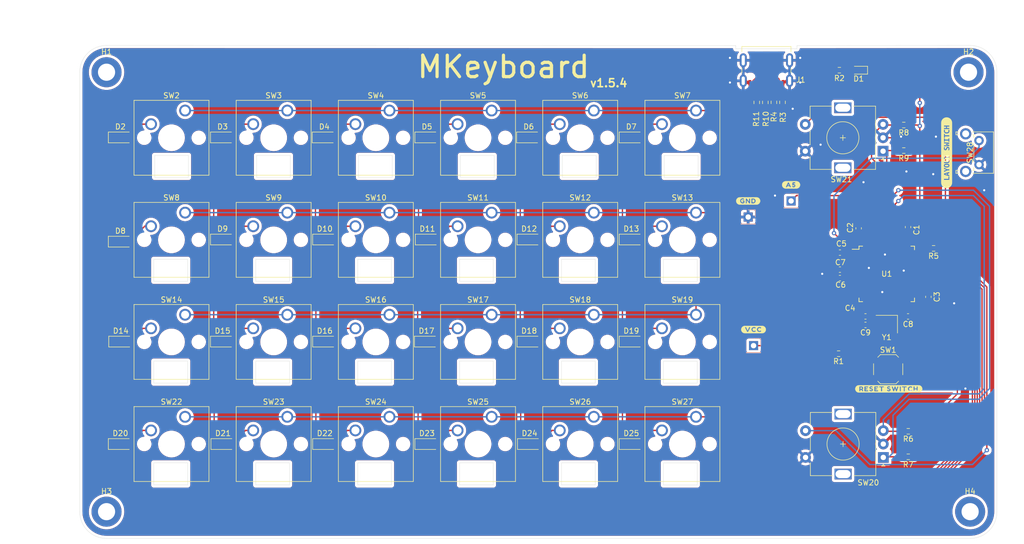
<source format=kicad_pcb>
(kicad_pcb (version 20221232) (generator pcbnew)
  (title_block (title "Macro Keyboard") (date "2021-04-16") (rev "v1.5"))
  (layers (0 "F.Cu" signal) (31 "B.Cu" signal) (34 "B.Paste" user) (35 "F.Paste" user) (36 "B.SilkS" user "B.Silkscreen") (37 "F.SilkS" user "F.Silkscreen") (38 "B.Mask" user) (39 "F.Mask" user) (44 "Edge.Cuts" user))
  (net 0 "")
  (net 1 "VCC")
  (net 2 "GND")
  (net 3 "Net-(U1-UCAP)")
  (net 4 "Net-(U1-XTAL1)")
  (net 5 "Net-(U1-XTAL2)")
  (net 6 "/C_0")
  (net 7 "Net-(D1-A)")
  (net 8 "/C_1")
  (net 9 "Net-(D2-A)")
  (net 10 "/C_2")
  (net 11 "Net-(D3-A)")
  (net 12 "/C_3")
  (net 13 "Net-(D4-A)")
  (net 14 "/C_4")
  (net 15 "Net-(D5-A)")
  (net 16 "/C_5")
  (net 17 "Net-(D6-A)")
  (net 18 "Net-(D7-A)")
  (net 19 "Net-(D8-A)")
  (net 20 "Net-(D9-A)")
  (net 21 "Net-(D10-A)")
  (net 22 "Net-(D11-A)")
  (net 23 "Net-(D12-A)")
  (net 24 "Net-(D13-A)")
  (net 25 "Net-(D14-A)")
  (net 26 "Net-(D15-A)")
  (net 27 "Net-(D16-A)")
  (net 28 "Net-(D17-A)")
  (net 29 "Net-(D18-A)")
  (net 30 "/RESET")
  (net 31 "/D+")
  (net 32 "/D-")
  (net 33 "Net-(D19-A)")
  (net 34 "/DT_1")
  (net 35 "/CLK_1")
  (net 36 "/DT_2")
  (net 37 "/CLK_2")
  (net 38 "/R_0")
  (net 39 "/R_1")
  (net 40 "/R_2")
  (net 41 "/SW_1")
  (net 42 "/SW_2")
  (net 43 "/D7")
  (net 44 "/D11")
  (net 45 "/D3")
  (net 46 "/D2")
  (net 47 "/D0")
  (net 48 "/D1")
  (net 49 "/TXLED")
  (net 50 "Net-(D20-A)")
  (net 51 "Net-(D21-A)")
  (net 52 "Net-(D22-A)")
  (net 53 "Net-(D23-A)")
  (net 54 "Net-(D24-A)")
  (net 55 "Net-(D25-A)")
  (net 56 "Net-(J1-CC1)")
  (net 57 "/R_3")
  (net 58 "Net-(J1-D+)")
  (net 59 "/A0")
  (net 60 "/A5")
  (net 61 "Net-(J1-D-)")
  (net 63 "Net-(J1-CC2)")
  (net 65 "Net-(U1-PE2/~{HWB})")
  (footprint "Capacitor_SMD:C_0603_1608Metric_Pad1.08x0.95mm_HandSolder" (layer "F.Cu") (at 207.10375 96.81625 180)
    (fp_text reference "C7")
    (fp_text value "1uF")
  )
  (footprint "Resistor_SMD:R_0603_1608Metric_Pad0.98x0.95mm_HandSolder" (layer "F.Cu") (at 196.4 65.6 -90)
    (fp_text reference "R3")
    (fp_text value "5.1K")
  )
  (footprint "Capacitor_SMD:C_0603_1608Metric_Pad1.08x0.95mm_HandSolder" (layer "F.Cu") (at 210.59 89.11 90)
    (fp_text reference "C2")
    (fp_text value "100nF")
  )
  (footprint "kibuzzard-61CABCC7" (layer "F.Cu") (at 227 75 90)
    (fp_text reference "kibuzzard-61CABCC7" hide)
    (fp_text value "G***" hide)
  )
  (footprint "Button_Switch_SMD:SW_SPST_SKQG_WithStem" (layer "F.Cu") (at 216.1 115.4)
    (fp_text reference "SW1")
    (fp_text value "RESET SWITCH")
  )
  (footprint "Button_Switch_Keyboard:SW_Cherry_MX_1.00u_PCB" (layer "F.Cu") (at 161.225 86.18)
    (fp_text reference "SW12")
    (fp_text value "SW_Push")
  )
  (footprint "Diode_SMD:D_SOD-123" (layer "F.Cu") (at 130.19125 91.1965)
    (fp_text reference "D11")
    (fp_text value "1N4148")
  )
  (footprint "Diode_SMD:D_SOD-123" (layer "F.Cu") (at 130.11 72.1465)
    (fp_text reference "D5")
    (fp_text value "1N4148")
  )
  (footprint "Diode_SMD:D_SOD-123" (layer "F.Cu") (at 149.24125 129.36)
    (fp_text reference "D24")
    (fp_text value "1N4148")
  )
  (footprint "Resistor_SMD:R_0603_1608Metric_Pad0.98x0.95mm_HandSolder" (layer "F.Cu") (at 194.8 65.6 90)
    (fp_text reference "R4")
    (fp_text value "22R")
  )
  (footprint "Diode_SMD:D_SOD-123" (layer "F.Cu") (at 168.21 91.1965)
    (fp_text reference "D13")
    (fp_text value "1N4148")
  )
  (footprint "Package_QFP:TQFP-44_10x10mm_P0.8mm" (layer "F.Cu") (at 215.835 97.61)
    (fp_text reference "U1")
    (fp_text value "atmega32u4-au")
  )
  (footprint "Resistor_SMD:R_0603_1608Metric_Pad0.98x0.95mm_HandSolder" (layer "F.Cu") (at 219.01 69.82875 180)
    (fp_text reference "R8")
    (fp_text value "10K")
  )
  (footprint "Diode_SMD:D_SOD-123" (layer "F.Cu") (at 92.01 110.2465)
    (fp_text reference "D15")
    (fp_text value "1N4148")
  )
  (footprint "Diode_SMD:D_SOD-123" (layer "F.Cu") (at 111.06 129.36)
    (fp_text reference "D22")
    (fp_text value "1N4148")
  )
  (footprint "Button_Switch_Keyboard:SW_Cherry_MX_1.00u_PCB" (layer "F.Cu") (at 142.175 105.23)
    (fp_text reference "SW17")
    (fp_text value "SW_Push")
  )
  (footprint "Button_Switch_Keyboard:SW_Cherry_MX_1.00u_PCB" (layer "F.Cu") (at 142.175 86.18)
    (fp_text reference "SW11")
    (fp_text value "SW_Push")
  )
  (footprint "Button_Switch_Keyboard:SW_Cherry_MX_1.00u_PCB" (layer "F.Cu") (at 161.225 105.23)
    (fp_text reference "SW18")
    (fp_text value "SW_Push")
  )
  (footprint "MountingHole:MountingHole_3.2mm_M3_DIN965_Pad" (layer "F.Cu") (at 231.37875 141.97875)
    (fp_text reference "H4")
    (fp_text value "MountingHole")
  )
  (footprint "Resistor_SMD:R_0603_1608Metric_Pad0.98x0.95mm_HandSolder" (layer "F.Cu") (at 219.8475 131.74125 180)
    (fp_text reference "R7")
    (fp_text value "10K")
  )
  (footprint "Button_Switch_Keyboard:SW_Cherry_MX_1.00u_PCB" (layer "F.Cu") (at 123.125 124.28)
    (fp_text reference "SW24")
    (fp_text value "SW_Push")
  )
  (footprint "Diode_SMD:D_SOD-123" (layer "F.Cu") (at 149.16 110.2465)
    (fp_text reference "D18")
    (fp_text value "1N4148")
  )
  (footprint "Connector_USB:USB_C_Receptacle_JAE_DX07S016JA1R1500" (layer "F.Cu") (at 193.4 58.9 180)
    (fp_text reference "J1")
    (fp_text value "USB_C_Receptacle")
  )
  (footprint "Diode_SMD:D_SOD-123" (layer "F.Cu") (at 72.96 91.5965)
    (fp_text reference "D8")
    (fp_text value "1N4148")
  )
  (footprint "Button_Switch_Keyboard:SW_Cherry_MX_1.00u_PCB" (layer "F.Cu") (at 85.025 105.23)
    (fp_text reference "SW14")
    (fp_text value "SW_Push")
  )
  (footprint "Rotary_Encoder:RotaryEncoder_Alps_EC11E-Switch_Vertical_H20mm" (layer "F.Cu") (at 215.19125 131.86 180)
    (fp_text reference "SW20")
    (fp_text value "Rotary_Encoder_Switch")
  )
  (footprint "Capacitor_SMD:C_0603_1608Metric_Pad1.08x0.95mm_HandSolder" (layer "F.Cu") (at 211.86625 105.5475 180)
    (fp_text reference "C4")
    (fp_text value "100nF")
  )
  (footprint "Diode_SMD:D_SOD-123" (layer "F.Cu") (at 111.06 91.1965)
    (fp_text reference "D10")
    (fp_text value "1N4148")
  )
  (footprint "Resistor_SMD:R_0603_1608Metric_Pad0.98x0.95mm_HandSolder" (layer "F.Cu") (at 206.85625 112.5 180)
    (fp_text reference "R1")
    (fp_text value "10K")
  )
  (footprint "Capacitor_SMD:C_0603_1608Metric_Pad1.08x0.95mm_HandSolder" (layer "F.Cu") (at 219.80375 105.5475)
    (fp_text reference "C8")
    (fp_text value "22pF")
  )
  (footprint "Capacitor_SMD:C_0603_1608Metric_Pad1.08x0.95mm_HandSolder" (layer "F.Cu") (at 207.10375 93.64125 180)
    (fp_text reference "C5")
    (fp_text value "100nF")
  )
  (footprint "Diode_SMD:D_SOD-123" (layer "F.Cu") (at 149.07875 72.1465)
    (fp_text reference "D6")
    (fp_text value "1N4148")
  )
  (footprint "Button_Switch_Keyboard:SW_Cherry_MX_1.00u_PCB" (layer "F.Cu") (at 104.075 67.13)
    (fp_text reference "SW3")
    (fp_text value "SW_Push")
  )
  (footprint "MountingHole:MountingHole_3.2mm_M3_DIN965_Pad" (layer "F.Cu") (at 231.07875 59.97875)
    (fp_text reference "H2")
    (fp_text value "MountingHole")
  )
  (footprint "Diode_SMD:D_SOD-123" (layer "F.Cu") (at 130.11 129.36)
    (fp_text reference "D23")
    (fp_text value "1N4148")
  )
  (footprint "Button_Switch_Keyboard:SW_Cherry_MX_1.00u_PCB" (layer "F.Cu") (at 180.275 86.18)
    (fp_text reference "SW13")
    (fp_text value "SW_Push")
  )
  (footprint "Diode_SMD:D_SOD-123" (layer "F.Cu") (at 149.16 91.1965)
    (fp_text reference "D12")
    (fp_text value "1N4148")
  )
  (footprint "Button_Switch_Keyboard:SW_Cherry_MX_1.00u_PCB" (layer "F.Cu") (at 123.125 105.23)
    (fp_text reference "SW16")
    (fp_text value "SW_Push")
  )
  (footprint "Diode_SMD:D_SOD-123" (layer "F.Cu") (at 168.21 72.1465)
    (fp_text reference "D7")
    (fp_text value "1N4148")
  )
  (footprint "Button_Switch_Keyboard:SW_Cherry_MX_1.00u_PCB" (layer "F.Cu") (at 104.075 105.23)
    (fp_text reference "SW15")
    (fp_text value "SW_Push")
  )
  (footprint "Capacitor_SMD:C_0603_1608Metric_Pad1.08x0.95mm_HandSolder" (layer "F.Cu") (at 219.80375 88.87875 90)
    (fp_text reference "C1")
    (fp_text value "1uF")
  )
  (footprint "buzzardLabel" (layer "F.Cu") (at 190 84)
    (fp_text reference "")
    (fp_text value "")
  )
  (footprint "Diode_SMD:D_SOD-123" (layer "F.Cu") (at 130.02875 110.2465)
    (fp_text reference "D17")
    (fp_text value "1N4148")
  )
  (footprint "Resistor_SMD:R_0603_1608Metric_Pad0.98x0.95mm_HandSolder" (layer "F.Cu") (at 207 59.6)
    (fp_text reference "R2")
    (fp_text value "1K")
  )
  (footprint "Button_Switch_Keyboard:SW_Cherry_MX_1.00u_PCB" (layer "F.Cu") (at 161.225 124.28)
    (fp_text reference "SW26")
    (fp_text value "SW_Push")
  )
  (footprint "Resistor_SMD:R_0603_1608Metric_Pad0.98x0.95mm_HandSolder" (layer "F.Cu") (at 219.8475 126.97875 180)
    (fp_text reference "R6")
    (fp_text value "10K")
  )
  (footprint "Button_Switch_Keyboard:SW_Cherry_MX_1.00u_PCB" (layer "F.Cu") (at 85.025 67.13)
    (fp_text reference "SW2")
    (fp_text value "SW_Push")
  )
  (footprint "Diode_SMD:D_SOD-123" (layer "F.Cu") (at 168.21 110.2465)
    (fp_text reference "D19")
    (fp_text value "1N4148")
  )
  (footprint "LED_SMD:LED_0603_1608Metric_Pad1.05x0.95mm_HandSolder" (layer "F.Cu") (at 210.6 59.6 180)
    (fp_text reference "D1")
    (fp_text value "LED_Small")
  )
  (footprint "Diode_SMD:D_SOD-123" (layer "F.Cu") (at 110.97875 72.1465)
    (fp_text reference "D4")
    (fp_text value "1N4148")
  )
  (footprint "Diode_SMD:D_SOD-123" (layer "F.Cu") (at 111.06 110.2465)
    (fp_text reference "D16")
    (fp_text value "1N4148")
  )
  (footprint "Button_Switch_THT:SW_Tactile_SPST_Angled_PTS645Vx83-2LFS" (layer "F.Cu") (at 233.0375 72.725 -90)
    (fp_text reference "SW28")
    (fp_text value "LAYOUT SWITCH")
  )
  (footprint "Button_Switch_Keyboard:SW_Cherry_MX_1.00u_PCB" (layer "F.Cu") (at 85.025 86.18)
    (fp_text reference "SW8")
    (fp_text value "SW_Push")
  )
  (footprint "Diode_SMD:D_SOD-123" (layer "F.Cu") (at 92.01 72.1465)
    (fp_text reference "D3")
    (fp_text value "1N4148")
  )
  (footprint "Rotary_Encoder:RotaryEncoder_Alps_EC11E-Switch_Vertical_H20mm" (layer "F.Cu") (at 215.1475 74.71 180)
    (fp_text reference "SW21")
    (fp_text value "Rotary_Encoder_Switch")
  )
  (footprint "Button_Switch_Keyboard:SW_Cherry_MX_1.00u_PCB" (layer "F.Cu") (at 123.125 67.13)
    (fp_text reference "SW4")
    (fp_text value "SW_Push")
  )
  (footprint "Diode_SMD:D_SOD-123" (layer "F.Cu") (at 168.21 129.36)
    (fp_text reference "D25")
    (fp_text value "1N4148")
  )
  (footprint "buzzardLabel" (layer "F.Cu") (at 198 81)
    (fp_text reference "")
    (fp_text value "")
  )
  (footprint "MountingHole:MountingHole_3.2mm_M3_DIN965_Pad" (layer "F.Cu") (at 70.37875 141.97875)
    (fp_text reference "H3")
    (fp_text value "MountingHole")
  )
  (footprint "Button_Switch_Keyboard:SW_Cherry_MX_1.00u_PCB" (layer "F.Cu") (at 180.275 105.23)
    (fp_text reference "SW19")
    (fp_text value "SW_Push")
  )
  (footprint "Button_Switch_Keyboard:SW_Cherry_MX_1.00u_PCB" (layer "F.Cu") (at 123.125 86.18)
    (fp_text reference "SW10")
    (fp_text value "SW_Push")
  )
  (footprint "Diode_SMD:D_SOD-123" (layer "F.Cu") (at 92.01 91.1965)
    (fp_text reference "D9")
    (fp_text value "1N4148")
  )
  (footprint "Resistor_SMD:R_0603_1608Metric_Pad0.98x0.95mm_HandSolder" (layer "F.Cu") (at 224.56625 92.8475 180)
    (fp_text reference "R5")
    (fp_text value "10k")
  )
  (footprint "Button_Switch_Keyboard:SW_Cherry_MX_1.00u_PCB" (layer "F.Cu") (at 142.175 124.28)
    (fp_text reference "SW25")
    (fp_text value "SW_Push")
  )
  (footprint "MountingHole:MountingHole_3.2mm_M3_DIN965_Pad" (layer "F.Cu") (at 70.37875 59.97875)
    (fp_text reference "H1")
    (fp_text value "MountingHole")
  )
  (footprint "Crystal:Crystal_SMD_3225-4Pin_3.2x2.5mm" (layer "F.Cu") (at 215.835 107 180)
    (fp_text reference "Y1")
    (fp_text value "Crystal")
  )
  (footprint "Diode_SMD:D_SOD-123" (layer "F.Cu") (at 92.09125 129.36)
    (fp_text reference "D21")
    (fp_text value "1N4148")
  )
  (footprint "buzzardLabel" (layer "F.Cu") (at 191 108)
    (fp_text reference "")
    (fp_text value "")
  )
  (footprint "Button_Switch_Keyboard:SW_Cherry_MX_1.00u_PCB" (layer "F.Cu") (at 85.025 124.28)
    (fp_text reference "SW22")
    (fp_text value "SW_Push")
  )
  (footprint "Resistor_SMD:R_0603_1608Metric_Pad0.98x0.95mm_HandSolder" (layer "F.Cu") (at 193.2 65.6125 90)
    (fp_text reference "R10")
    (fp_text value "22R")
  )
  (footprint "Button_Switch_Keyboard:SW_Cherry_MX_1.00u_PCB" (layer "F.Cu") (at 161.225 67.13)
    (fp_text reference "SW6")
    (fp_text value "SW_Push")
  )
  (footprint "Capacitor_SMD:C_0603_1608Metric_Pad1.08x0.95mm_HandSolder" (layer "F.Cu") (at 211.86625 107.135 180)
    (fp_text reference "C9")
    (fp_text value "22pF")
  )
  (footprint "Button_Switch_Keyboard:SW_Cherry_MX_1.00u_PCB" (layer "F.Cu") (at 180.275 67.13)
    (fp_text reference "SW7")
    (fp_text value "SW_Push")
  )
  (footprint "buzzardLabel" (layer "F.Cu") (at 216.21 119.07)
    (fp_text reference "")
    (fp_text value "")
  )
  (footprint "Diode_SMD:D_SOD-123" (layer "F.Cu") (at 72.96 72.1465)
    (fp_text reference "D2")
    (fp_text value "1N4148")
  )
  (footprint "Resistor_SMD:R_0603_1608Metric_Pad0.98x0.95mm_HandSolder" (layer "F.Cu") (at 219.01 74.59125 180)
    (fp_text reference "R9")
    (fp_text value "10K")
  )
  (footprint "Button_Switch_Keyboard:SW_Cherry_MX_1.00u_PCB" (layer "F.Cu") (at 104.075 86.18)
    (fp_text reference "SW9")
    (fp_text value "SW_Push")
  )
  (footprint "Diode_SMD:D_SOD-123" (layer "F.Cu") (at 73.04125 110.2465)
    (fp_text reference "D14")
    (fp_text value "1N4148")
  )
  (footprint "Resistor_SMD:R_0603_1608Metric_Pad0.98x0.95mm_HandSolder" (layer "F.Cu") (at 191.6 65.6125 -90)
    (fp_text reference "R11")
    (fp_text value "5.1K")
  )
  (footprint "Button_Switch_Keyboard:SW_Cherry_MX_1.00u_PCB" (layer "F.Cu") (at 180.275 124.28)
    (fp_text reference "SW27")
    (fp_text value "SW_Push")
  )
  (footprint "Capacitor_SMD:C_0603_1608Metric_Pad1.08x0.95mm_HandSolder" (layer "F.Cu") (at 223.6 101.9 -90)
    (fp_text reference "C3")
    (fp_text value "100nF")
  )
  (footprint "Diode_SMD:D_SOD-123" (layer "F.Cu") (at 72.96 129.36)
    (fp_text reference "D20")
    (fp_text value "1N4148")
  )
  (footprint "Button_Switch_Keyboard:SW_Cherry_MX_1.00u_PCB" (layer "F.Cu") (at 104.075 124.28)
    (fp_text reference "SW23")
    (fp_text value "SW_Push")
  )
  (footprint "Capacitor_SMD:C_0603_1608Metric_Pad1.08x0.95mm_HandSolder" (layer "F.Cu") (at 207.10375 98.40375 180)
    (fp_text reference "C6")
    (fp_text value "1uF")
  )
  (footprint "Button_Switch_Keyboard:SW_Cherry_MX_1.00u_PCB" (layer "F.Cu") (at 142.175 67.13)
    (fp_text reference "SW5")
    (fp_text value "SW_Push")
  )
  (footprint "Connector_PinHeader_2.54mm:PinHeader_1x01_P2.54mm_Vertical" (layer "B.Cu") (at 190 87 180)
    (fp_text reference "TP6")
    (fp_text value "GND")
  )
  (footprint "Connector_PinHeader_2.54mm:PinHeader_1x01_P2.54mm_Vertical" (layer "B.Cu") (at 191 111 180)
    (fp_text reference "TP1")
    (fp_text value "VCC")
  )
  (footprint "Connector_PinHeader_2.54mm:PinHeader_1x01_P2.54mm_Vertical" (layer "B.Cu") (at 198 84 180)
    (fp_text reference "TP4")
    (fp_text value "A5")
  )
  (gr_rect (start 117.19375 94.89) (end 123.49375 98.99) (stroke (width 0.05)) (fill none) (layer "Edge.Cuts"))
  (gr_arc (start 65.37875 59.97875) (mid 66.843216 56.443216) (end 70.37875 54.97875) (stroke (width 0.05)) (layer "Edge.Cuts"))
  (gr_rect (start 136.19375 94.89) (end 142.49375 98.99) (stroke (width 0.05)) (fill none) (layer "Edge.Cuts"))
  (gr_rect (start 174.2 113.9) (end 180.5 118) (stroke (width 0.05)) (fill none) (layer "Edge.Cuts"))
  (gr_line (start 187.7 55) (end 187.7 55.6) (stroke (width 0.05)) (layer "Edge.Cuts"))
  (gr_rect (start 155.35 75.5) (end 161.65 79.6) (stroke (width 0.05)) (fill none) (layer "Edge.Cuts"))
  (gr_rect (start 98.19375 113.89) (end 104.49375 117.99) (stroke (width 0.05)) (fill none) (layer "Edge.Cuts"))
  (gr_arc (start 236.37875 141.97875) (mid 234.914284 145.514284) (end 231.37875 146.97875) (stroke (width 0.05)) (layer "Edge.Cuts"))
  (gr_rect (start 98.19375 94.89) (end 104.49375 98.99) (stroke (width 0.05)) (fill none) (layer "Edge.Cuts"))
  (gr_line (start 236.37875 59.97875) (end 236.37875 141.97875) (stroke (width 0.05)) (layer "Edge.Cuts"))
  (gr_line (start 65.37875 59.97875) (end 65.37875 141.97875) (stroke (width 0.05)) (layer "Edge.Cuts"))
  (gr_rect (start 98.19375 132.89) (end 104.49375 136.99) (stroke (width 0.05)) (fill none) (layer "Edge.Cuts"))
  (gr_rect (start 117.35 75.5) (end 123.65 79.6) (stroke (width 0.05)) (fill none) (layer "Edge.Cuts"))
  (gr_rect (start 79.19375 132.89) (end 85.49375 136.99) (stroke (width 0.05)) (fill none) (layer "Edge.Cuts"))
  (gr_line (start 199.1 55) (end 231.37875 54.97875) (stroke (width 0.05)) (layer "Edge.Cuts"))
  (gr_rect (start 174.35625 75.51) (end 180.65625 79.61) (stroke (width 0.05)) (fill none) (layer "Edge.Cuts"))
  (gr_rect (start 98.35 75.5) (end 104.65 79.6) (stroke (width 0.05)) (fill none) (layer "Edge.Cuts"))
  (gr_rect (start 174.2 132.9) (end 180.5 137) (stroke (width 0.05)) (fill none) (layer "Edge.Cuts"))
  (gr_line (start 70.37875 54.97875) (end 187.7 55) (stroke (width 0.05)) (layer "Edge.Cuts"))
  (gr_rect (start 136.19375 113.89) (end 142.49375 117.99) (stroke (width 0.05)) (fill none) (layer "Edge.Cuts"))
  (gr_line (start 199.1 55.6) (end 199.1 55) (stroke (width 0.05)) (layer "Edge.Cuts"))
  (gr_line (start 70.37875 146.97875) (end 231.37875 146.97875) (stroke (width 0.05)) (layer "Edge.Cuts"))
  (gr_line (start 187.7 55.6) (end 199.1 55.6) (stroke (width 0.05)) (layer "Edge.Cuts"))
  (gr_rect (start 136.19375 132.89) (end 142.49375 136.99) (stroke (width 0.05)) (fill none) (layer "Edge.Cuts"))
  (gr_rect (start 117.19375 113.89) (end 123.49375 117.99) (stroke (width 0.05)) (fill none) (layer "Edge.Cuts"))
  (gr_rect (start 155.19375 113.89) (end 161.49375 117.99) (stroke (width 0.05)) (fill none) (layer "Edge.Cuts"))
  (gr_rect (start 174.2 94.9) (end 180.5 99) (stroke (width 0.05)) (fill none) (layer "Edge.Cuts"))
  (gr_rect (start 155.19375 94.89) (end 161.49375 98.99) (stroke (width 0.05)) (fill none) (layer "Edge.Cuts"))
  (gr_arc (start 231.37875 54.97875) (mid 234.914284 56.443216) (end 236.37875 59.97875) (stroke (width 0.05)) (layer "Edge.Cuts"))
  (gr_rect (start 155.19375 132.89) (end 161.49375 136.99) (stroke (width 0.05)) (fill none) (layer "Edge.Cuts"))
  (gr_rect (start 79.35 75.5) (end 85.65 79.6) (stroke (width 0.05)) (fill none) (layer "Edge.Cuts"))
  (gr_rect (start 136.35 75.5) (end 142.65 79.6) (stroke (width 0.05)) (fill none) (layer "Edge.Cuts"))
  (gr_rect (start 79.19375 94.89) (end 85.49375 98.99) (stroke (width 0.05)) (fill none) (layer "Edge.Cuts"))
  (gr_arc (start 70.37875 146.97875) (mid 66.843216 145.514284) (end 65.37875 141.97875) (stroke (width 0.05)) (layer "Edge.Cuts"))
  (gr_rect (start 79.19375 113.89) (end 85.49375 117.99) (stroke (width 0.05)) (fill none) (layer "Edge.Cuts"))
  (gr_rect (start 117.19375 132.89) (end 123.49375 136.99) (stroke (width 0.05)) (fill none) (layer "Edge.Cuts"))
  (gr_text "MKeyboard" (at 144.37875 58.97875) (layer "F.SilkS") (effects (font (size 4 4) (thickness 0.6))))
  (gr_text "v1.5.4" (at 164 62) (layer "F.SilkS") (effects (font (size 1.5 1.5) (thickness 0.3))))
  (segment (start 220.97875 126.97875) (end 220.76 126.97875) (width 0.25) (layer "F.Cu") (net 1))
  (segment (start 207.3 63.4) (end 221.1 63.4) (width 0.25) (layer "F.Cu") (net 1))
  (segment (start 214.925 96.075) (end 214.925 96) (width 0.25) (layer "F.Cu") (net 1))
  (segment (start 222 74) (end 222 89) (width 0.25) (layer "F.Cu") (net 1))
  (segment (start 231.353414 101.853414) (end 231.353414 116.746586) (width 0.25) (layer "F.Cu") (net 1))
  (segment (start 206.0875 59.6) (end 196.23596 59.6) (width 0.25) (layer "F.Cu") (net 1))
  (segment (start 206.0875 59.6) (end 206.0875 62.1875) (width 0.25) (layer "F.Cu") (net 1))
  (segment (start 223.6 101.0375) (end 230.5375 101.0375) (width 0.25) (layer "F.Cu") (net 1))
  (segment (start 211.835 91.91) (end 211.835 92.91) (width 0.25) (layer "F.Cu") (net 1))
  (segment (start 213.9625 95.0375) (end 214.925 96) (width 0.25) (layer "F.Cu") (net 1))
  (segment (start 211.835 92.91) (end 213.9625 95.0375) (width 0.25) (layer "F.Cu") (net 1))
  (segment (start 223.3725 100.81) (end 223.6 101.0375) (width 0.25) (layer "F.Cu") (net 1))
  (segment (start 220.76 131.74125) (end 221.25875 131.74125) (width 0.25) (layer "F.Cu") (net 1))
  (segment (start 213.335 94.41) (end 213.9625 95.0375) (width 0.25) (layer "F.Cu") (net 1))
  (segment (start 221.535 100.81) (end 223.3725 100.81) (width 0.25) (layer "F.Cu") (net 1))
  (segment (start 208.4 119.1) (end 229 119.1) (width 0.25) (layer "F.Cu") (net 1))
  (segment (start 213.435 103.31) (end 213.435 104.84125) (width 0.25) (layer "F.Cu") (net 1))
  (segment (start 191 111) (end 203.74875 111) (width 0.25) (layer "F.Cu") (net 1))
  (segment (start 222 64.3) (end 222 65.7) (width 0.25) (layer "F.Cu") (net 1))
  (segment (start 213.435 99.255) (end 212.59 98.41) (width 0.25) (layer "F.Cu") (net 1))
  (segment (start 216.745 96) (end 219.835 92.91) (width 0.25) (layer "F.Cu") (net 1))
  (segment (start 210.12875 98.40375) (end 210.135 98.41) (width 0.25) (layer "F.Cu") (net 1))
  (segment (start 231.353414 116.746586) (end 229 119.1) (width 0.25) (layer "F.Cu") (net 1))
  (segment (start 220.535 100.81) (end 216.745 97.02) (width 0.25) (layer "F.Cu") (net 1))
  (segment (start 210.135 94.41) (end 213.335 94.41) (width 0.25) (layer "F.Cu") (net 1))
  (segment (start 230.5375 101.0375) (end 231.353414 101.853414) (width 0.25) (layer "F.Cu") (net 1))
  (segment (start 207.96625 93.64125) (end 208.50375 93.64125) (width 0.25) (layer "F.Cu") (net 1))
  (segment (start 209.2725 94.41) (end 210.135 94.41) (width 0.25) (layer "F.Cu") (net 1))
  (segment (start 222 124) (end 220.76 125.24) (width 0.25) (layer "F.Cu") (net 1))
  (segment (start 207.96625 98.40375) (end 210.12875 98.40375) (width 0.25) (layer "F.Cu") (net 1))
  (segment (start 191.808542 60.675969) (end 191.05 61.434511) (width 0.25) (layer "F.Cu") (net 1))
  (segment (start 210.135 98.41) (end 212.59 98.41) (width 0.25) (layer "F.Cu") (net 1))
  (segment (start 221.535 100.81) (end 220.535 100.81) (width 0.25) (layer "F.Cu") (net 1))
  (segment (start 212.59 98.41) (end 214.925 96.075) (width 0.25) (layer "F.Cu") (net 1))
  (segment (start 219.9225 69.82875) (end 221.82875 69.82875) (width 0.25) (layer "F.Cu") (net 1))
  (segment (start 229 119.1) (end 229 120) (width 0.25) (layer "F.Cu") (net 1))
  (segment (start 229 120) (end 225 124) (width 0.25) (layer "F.Cu") (net 1))
  (segment (start 213.435 104.84125) (end 212.72875 105.5475) (width 0.25) (layer "F.Cu") (net 1))
  (segment (start 195.75 61.95) (end 195.75 61.265978) (width 0.25) (layer "F.Cu") (net 1))
  (segment (start 214.925 96) (end 216.745 96) (width 0.25) (layer "F.Cu") (net 1))
  (segment (start 191.05 61.434511) (end 191.05 61.95) (width 0.25) (layer "F.Cu") (net 1))
  (segment (start 221.25875 131.74125) (end 222 131) (width 0.25) (layer "F.Cu") (net 1))
  (segment (start 225 124) (end 222 124) (width 0.25) (layer "F.Cu") (net 1))
  (segment (start 219.80375 89.74125) (end 219.80375 91.87875) (width 0.25) (layer "F.Cu") (net 1))
  (segment (start 222 74) (end 221.40875 74.59125) (width 0.25) (layer "F.Cu") (net 1))
  (segment (start 195.75 61.265978) (end 195.159991 60.675969) (width 0.25) (layer "F.Cu") (net 1))
  (segment (start 208.50375 93.64125) (end 209.2725 94.41) (width 0.25) (layer "F.Cu") (net 1))
  (segment (start 219.835 92.91) (end 219.835 91.91) (width 0.25) (layer "F.Cu") (net 1))
  (segment (start 221.40875 74.59125) (end 219.9225 74.59125) (width 0.25) (layer "F.Cu") (net 1))
  (segment (start 216.745 97.02) (end 216.745 96) (width 0.25) (layer "F.Cu") (net 1))
  (segment (start 210.59 90.665) (end 211.835 91.91) (width 0.25) (layer "F.Cu") (net 1))
  (segment (start 205.24875 112.5) (end 205.94375 112.5) (width 0.25) (layer "F.Cu") (net 1))
  (segment (start 205.94375 116.64375) (end 208.4 119.1) (width 0.25) (layer "F.Cu") (net 1))
  (segment (start 205.94375 112.5) (end 205.94375 116.64375) (width 0.25) (layer "F.Cu") (net 1))
  (segment (start 222 89) (end 221.25875 89.74125) (width 0.25) (layer "F.Cu") (net 1))
  (segment (start 219.80375 91.87875) (end 219.835 91.91) (width 0.25) (layer "F.Cu") (net 1))
  (segment (start 222 70) (end 222 74) (width 0.25) (layer "F.Cu") (net 1))
  (segment (start 213.435 103.31) (end 213.435 99.255) (width 0.25) (layer "F.Cu") (net 1))
  (segment (start 221.1 63.4) (end 222 64.3) (width 0.25) (layer "F.Cu") (net 1))
  (segment (start 221.25875 89.74125) (end 219.80375 89.74125) (width 0.25) (layer "F.Cu") (net 1))
  (segment (start 206.0875 62.1875) (end 207.3 63.4) (width 0.25) (layer "F.Cu") (net 1))
  (segment (start 196.23596 59.6) (end 195.159991 60.675969) (width 0.25) (layer "F.Cu") (net 1))
  (segment (start 221.82875 69.82875) (end 222 70) (width 0.25) (layer "F.Cu") (net 1))
  (segment (start 222 131) (end 222 128) (width 0.25) (layer "F.Cu") (net 1))
  (segment (start 222 128) (end 220.97875 126.97875) (width 0.25) (layer "F.Cu") (net 1))
  (segment (start 220.76 125.24) (end 220.76 126.97875) (width 0.25) (layer "F.Cu") (net 1))
  (segment (start 195.159991 60.675969) (end 191.808542 60.675969) (width 0.25) (layer "F.Cu") (net 1))
  (segment (start 203.74875 111) (end 205.24875 112.5) (width 0.25) (layer "F.Cu") (net 1))
  (segment (start 210.59 89.9725) (end 210.59 90.665) (width 0.25) (layer "F.Cu") (net 1))
  (via (at 222 65.7) (size 0.8) (drill 0.4) (layers "F.Cu" "B.Cu") (net 1))
  (via (at 222 70) (size 0.8) (drill 0.4) (layers "F.Cu" "B.Cu") (net 1))
  (segment (start 222 65.7) (end 222 70) (width 0.25) (layer "B.Cu") (net 1))
  (segment (start 212.19 96.81) (end 212.5 96.5) (width 0.25) (layer "F.Cu") (net 2))
  (segment (start 199.25 57.75) (end 197.72 57.75) (width 0.25) (layer "F.Cu") (net 2))
  (segment (start 199.7 57.3) (end 199.25 57.75) (width 0.25) (layer "F.Cu") (net 2))
  (segment (start 199.375 61.575) (end 197.72 61.575) (width 0.25) (layer "F.Cu") (net 2))
  (segment (start 187.05 57.75) (end 189.08 57.75) (width 0.25) (layer "F.Cu") (net 2))
  (segment (start 190.3 61.95) (end 189.455 61.95) (width 0.25) (layer "F.Cu") (net 2))
  (segment (start 219.035 91.91) (end 219.035 92.91) (width 0.25) (layer "F.Cu") (net 2))
  (segment (start 219.035 92.91) (end 217.945 94) (width 0.25) (layer "F.Cu") (net 2))
  (segment (start 215.1475 72.21) (end 218.29 72.21) (width 0.25) (layer "F.Cu") (net 2))
  (segment (start 196.5 61.95) (end 197.345 61.95) (width 0.25) (layer "F.Cu") (net 2))
  (segment (start 213.725 94) (end 215.5 94) (width 0.25) (layer "F.Cu") (net 2))
  (segment (start 218.29 72.21) (end 218.5 72) (width 0.25) (layer "F.Cu") (net 2))
  (segment (start 186.925 61.575) (end 189.08 61.575) (width 0.25) (layer "F.Cu") (net 2))
  (segment (start 212.635 91.91) (end 212.635 92.91) (width 0.25) (layer "F.Cu") (net 2))
  (segment (start 217.945 94) (end 215.5 94) (width 0.25) (layer "F.Cu") (net 2))
  (segment (start 186.6 61.9) (end 186.925 61.575) (width 0.25) (layer "F.Cu") (net 2))
  (segment (start 197.345 61.95) (end 197.72 61.575) (width 0.25) (layer "F.Cu") (net 2))
  (segment (start 189.455 61.95) (end 189.08 61.575) (width 0.25) (layer "F.Cu") (net 2))
  (segment (start 214.235 101.765) (end 215 101) (width 0.25) (layer "F.Cu") (net 2))
  (segment (start 199.7 61.9) (end 199.375 61.575) (width 0.25) (layer "F.Cu") (net 2))
  (segment (start 212.635 92.91) (end 213.725 94) (width 0.25) (layer "F.Cu") (net 2))
  (segment (start 186.6 57.3) (end 187.05 57.75) (width 0.25) (layer "F.Cu") (net 2))
  (segment (start 210.135 96.81) (end 212.19 96.81) (width 0.25) (layer "F.Cu") (net 2))
  (segment (start 214.235 103.31) (end 214.235 101.765) (width 0.25) (layer "F.Cu") (net 2))
  (via (at 186.6 61.9) (size 0.8) (drill 0.4) (layers "F.Cu" "B.Cu") (net 2))
  (via (at 230.5 119) (size 0.8) (drill 0.4) (layers "F.Cu" "B.Cu") (net 2))
  (via (at 186.6 57.3) (size 0.8) (drill 0.4) (layers "F.Cu" "B.Cu") (net 2))
  (via (at 219 97) (size 0.8) (drill 0.4) (layers "F.Cu" "B.Cu") (net 2))
  (via (at 215.5 94) (size 0.8) (drill 0.4) (layers "F.Cu" "B.Cu") (net 2))
  (via (at 215 101) (size 0.8) (drill 0.4) (layers "F.Cu" "B.Cu") (net 2))
  (via (at 219.5 78.5) (size 0.8) (drill 0.4) (layers "F.Cu" "B.Cu") (net 2))
  (via (at 234 82) (size 0.8) (drill 0.4) (layers "F.Cu" "B.Cu") (net 2))
  (via (at 211.5 80.5) (size 0.8) (drill 0.4) (layers "F.Cu" "B.Cu") (net 2))
  (via (at 203.5 73.5) (size 0.8) (drill 0.4) (layers "F.Cu" "B.Cu") (net 2))
  (via (at 199.7 61.9) (size 0.8) (drill 0.4) (layers "F.Cu" "B.Cu") (net 2))
  (via (at 195 83) (size 0.8) (drill 0.4) (layers "F.Cu" "B.Cu") (net 2))
  (via (at 199.7 57.3) (size 0.8) (drill 0.4) (layers "F.Cu" "B.Cu") (net 2))
  (via (at 212.5 96.5) (size 0.8) (drill 0.4) (layers "F.Cu" "B.Cu") (net 2))
  (via (at 224.5 79) (size 0.8) (drill 0.4) (layers "F.Cu" "B.Cu") (net 2))
  (via (at 228.4 103.1) (size 0.8) (drill 0.4) (layers "F.Cu" "B.Cu") (net 2))
  (via (at 218.5 72) (size 0.8) (drill 0.4) (layers "F.Cu" "B.Cu") (net 2))
  (via (at 198.3 66.8) (size 0.8) (drill 0.4) (layers "F.Cu" "B.Cu") (net 2))
  (via (at 203.8 97.6) (size 0.8) (drill 0.4) (layers "F.Cu" "B.Cu") (net 2))
  (via (at 225 72) (size 0.8) (drill 0.4) (layers "F.Cu" "B.Cu") (net 2))
  (segment (start 218.5 72) (end 225 72) (width 0.25) (layer "B.Cu") (net 2))
  (segment (start 207.96625 96.81625) (end 208.76 97.61) (width 0.25) (layer "F.Cu") (net 3))
  (segment (start 208.76 97.61) (end 210.135 97.61) (width 0.25) (layer "F.Cu") (net 3))
  (segment (start 217.5375 105.5475) (end 216.935 106.15) (width 0.25) (layer "F.Cu") (net 4))
  (segment (start 218.94125 105.5475) (end 217.5375 105.5475) (width 0.25) (layer "F.Cu") (net 4))
  (segment (start 215.835 105.05) (end 216.935 106.15) (width 0.25) (layer "F.Cu") (net 4))
  (segment (start 215.835 103.31) (end 215.835 105.05) (width 0.25) (layer "F.Cu") (net 4))
  (segment (start 214.735 106.15) (end 213.71375 106.15) (width 0.25) (layer "F.Cu") (net 5))
  (segment (start 215.035 105.85) (end 214.735 106.15) (width 0.25) (layer "F.Cu") (net 5))
  (segment (start 215.035 103.31) (end 215.035 105.85) (width 0.25) (layer "F.Cu") (net 5))
  (segment (start 213.71375 106.15) (end 212.72875 107.135) (width 0.25) (layer "F.Cu") (net 5))
  (segment (start 75 141.5) (end 220.75 141.5) (width 0.25) (layer "F.Cu") (net 6))
  (segment (start 71.31 91.5965) (end 71.31 110.16525) (width 0.25) (layer "F.Cu") (net 6))
  (segment (start 71.31 72.1465) (end 71.31 91.5965) (width 0.25) (layer "F.Cu") (net 6))
  (segment (start 229.81 96.01) (end 221.535 96.01) (width 0.25) (layer "F.Cu") (net 6))
  (segment (start 234.050498 100.250498) (end 229.81 96.01) (width 0.25) (layer "F.Cu") (net 6))
  (segment (start 71.39125 110.2465) (end 71.39125 129.27875) (width 0.25) (layer "F.Cu") (net 6))
  (segment (start 71.31 137.81) (end 75 141.5) (width 0.25) (layer "F.Cu") (net 6))
  (segment (start 234.050498 128.199502) (end 234.050498 100.250498) (width 0.25) (layer "F.Cu") (net 6))
  (segment (start 71.31 129.36) (end 71.31 137.81) (width 0.25) (layer "F.Cu") (net 6))
  (segment (start 220.75 141.5) (end 234.050498 128.199502) (width 0.25) (layer "F.Cu") (net 6))
  (segment (start 71.39125 129.27875) (end 71.31 129.36) (width 0.25) (layer "F.Cu") (net 6))
  (segment (start 71.31 110.16525) (end 71.39125 110.2465) (width 0.25) (layer "F.Cu") (net 6))
  (segment (start 209.725 59.6) (end 207.9125 59.6) (width 0.25) (layer "F.Cu") (net 7))
  (segment (start 220.614296 141) (end 233.600996 128.0133) (width 0.25) (layer "F.Cu") (net 8))
  (segment (start 233.600996 128.0133) (end 233.600996 100.465278) (width 0.25) (layer "F.Cu") (net 8))
  (segment (start 90.44125 138.94125) (end 92.5 141) (width 0.25) (layer "F.Cu") (net 8))
  (segment (start 229.945718 96.81) (end 221.535 96.81) (width 0.25) (layer "F.Cu") (net 8))
  (segment (start 90.36 110.2465) (end 90.36 91.1965) (width 0.25) (layer "F.Cu") (net 8))
  (segment (start 90.44125 110.32775) (end 90.36 110.2465) (width 0.25) (layer "F.Cu") (net 8))
  (segment (start 233.600996 100.465278) (end 229.945718 96.81) (width 0.25) (layer "F.Cu") (net 8))
  (segment (start 90.44125 129.36) (end 90.44125 138.94125) (width 0.25) (layer "F.Cu") (net 8))
  (segment (start 92.5 141) (end 220.614296 141) (width 0.25) (layer "F.Cu") (net 8))
  (segment (start 90.44125 129.36) (end 90.44125 110.32775) (width 0.25) (layer "F.Cu") (net 8))
  (segment (start 90.36 91.1965) (end 90.36 72.1465) (width 0.25) (layer "F.Cu") (net 8))
  (segment (start 77.0865 69.67) (end 78.675 69.67) (width 0.25) (layer "F.Cu") (net 9))
  (segment (start 74.61 72.1465) (end 77.0865 69.67) (width 0.25) (layer "F.Cu") (net 9))
  (segment (start 109.32875 72.1465) (end 109.32875 91.11525) (width 0.25) (layer "F.Cu") (net 10))
  (segment (start 230.11 97.61) (end 221.535 97.61) (width 0.25) (layer "F.Cu") (net 10))
  (segment (start 233.151476 100.651476) (end 230.11 97.61) (width 0.25) (layer "F.Cu") (net 10))
  (segment (start 109.41 129.36) (end 109.41 138.41) (width 0.25) (layer "F.Cu") (net 10))
  (segment (start 109.41 110.2465) (end 109.41 129.36) (width 0.25) (layer "F.Cu") (net 10))
  (segment (start 220.478592 140.5) (end 233.151476 127.827116) (width 0.25) (layer "F.Cu") (net 10))
  (segment (start 109.32875 91.11525) (end 109.41 91.1965) (width 0.25) (layer "F.Cu") (net 10))
  (segment (start 109.41 91.1965) (end 109.41 110.2465) (width 0.25) (layer "F.Cu") (net 10))
  (segment (start 233.151476 127.827116) (end 233.151476 100.651476) (width 0.25) (layer "F.Cu") (net 10))
  (segment (start 111.5 140.5) (end 220.478592 140.5) (width 0.25) (layer "F.Cu") (net 10))
  (segment (start 109.41 138.41) (end 111.5 140.5) (width 0.25) (layer "F.Cu") (net 10))
  (segment (start 93.66 72.1465) (end 96.1365 69.67) (width 0.25) (layer "F.Cu") (net 11))
  (segment (start 96.1365 69.67) (end 97.725 69.67) (width 0.25) (layer "F.Cu") (net 11))
  (segment (start 128.54125 72.22775) (end 128.46 72.1465) (width 0.25) (layer "F.Cu") (net 12))
  (segment (start 230.081436 98.41) (end 221.535 98.41) (width 0.25) (layer "F.Cu") (net 12))
  (segment (start 128.54125 91.1965) (end 128.54125 72.22775) (width 0.25) (layer "F.Cu") (net 12))
  (segment (start 128.37875 91.359) (end 128.54125 91.1965) (width 0.25) (layer "F.Cu") (net 12))
  (segment (start 128.46 138.16) (end 130.3 140) (width 0.25) (layer "F.Cu") (net 12))
  (segment (start 128.46 129.36) (end 128.46 110.32775) (width 0.25) (layer "F.Cu") (net 12))
  (segment (start 220.342888 140) (end 232.701974 127.640914) (width 0.25) (layer "F.Cu") (net 12))
  (segment (start 128.46 110.32775) (end 128.37875 110.2465) (width 0.25) (layer "F.Cu") (net 12))
  (segment (start 232.701974 101.030538) (end 230.081436 98.41) (width 0.25) (layer "F.Cu") (net 12))
  (segment (start 128.37875 110.2465) (end 128.37875 91.359) (width 0.25) (layer "F.Cu") (net 12))
  (segment (start 130.3 140) (end 220.342888 140) (width 0.25) (layer "F.Cu") (net 12))
  (segment (start 232.701974 127.640914) (end 232.701974 101.030538) (width 0.25) (layer "F.Cu") (net 12))
  (segment (start 128.46 129.36) (end 128.46 138.16) (width 0.25) (layer "F.Cu") (net 12))
  (segment (start 115.10525 69.67) (end 116.775 69.67) (width 0.25) (layer "F.Cu") (net 13))
  (segment (start 112.62875 72.1465) (end 115.10525 69.67) (width 0.25) (layer "F.Cu") (net 13))
  (segment (start 147.51 110.2465) (end 147.51 91.1965) (width 0.25) (layer "F.Cu") (net 14))
  (segment (start 147.51 72.22775) (end 147.42875 72.1465) (width 0.25) (layer "F.Cu") (net 14))
  (segment (start 147.59125 129.36) (end 147.59125 110.32775) (width 0.25) (layer "F.Cu") (net 14))
  (segment (start 147.59125 129.36) (end 147.59125 137.69125) (width 0.25) (layer "F.Cu") (net 14))
  (segment (start 232.252454 127.45473) (end 232.252454 101.216736) (width 0.25) (layer "F.Cu") (net 14))
  (segment (start 230.245718 99.21) (end 221.535 99.21) (width 0.25) (layer "F.Cu") (net 14))
  (segment (start 149.4 139.5) (end 220.207184 139.5) (width 0.25) (layer "F.Cu") (net 14))
  (segment (start 147.59125 110.32775) (end 147.51 110.2465) (width 0.25) (layer "F.Cu") (net 14))
  (segment (start 220.207184 139.5) (end 232.252454 127.45473) (width 0.25) (layer "F.Cu") (net 14))
  (segment (start 147.51 91.1965) (end 147.51 72.22775) (width 0.25) (layer "F.Cu") (net 14))
  (segment (start 232.252454 101.216736) (end 230.245718 99.21) (width 0.25) (layer "F.Cu") (net 14))
  (segment (start 147.59125 137.69125) (end 149.4 139.5) (width 0.25) (layer "F.Cu") (net 14))
  (segment (start 134.2365 69.67) (end 135.825 69.67) (width 0.25) (layer "F.Cu") (net 15))
  (segment (start 131.76 72.1465) (end 134.2365 69.67) (width 0.25) (layer "F.Cu") (net 15))
  (segment (start 230.38548 99.98548) (end 221.55952 99.98548) (width 0.25) (layer "F.Cu") (net 16))
  (segment (start 166.56 129.36) (end 166.56 137.56) (width 0.25) (layer "F.Cu") (net 16))
  (segment (start 231.802934 101.402934) (end 230.38548 99.98548) (width 0.25) (layer "F.Cu") (net 16))
  (segment (start 168 139) (end 220.07148 139) (width 0.25) (layer "F.Cu") (net 16))
  (segment (start 166.56 129.36) (end 166.56 110.2465) (width 0.25) (layer "F.Cu") (net 16))
  (segment (start 166.56 91.1965) (end 166.56 72.1465) (width 0.25) (layer "F.Cu") (net 16))
  (segment (start 166.56 137.56) (end 168 139) (width 0.25) (layer "F.Cu") (net 16))
  (segment (start 221.55952 99.98548) (end 221.535 100.01) (width 0.25) (layer "F.Cu") (net 16))
  (segment (start 231.802934 127.268546) (end 231.802934 101.402934) (width 0.25) (layer "F.Cu") (net 16))
  (segment (start 166.56 110.2465) (end 166.56 91.1965) (width 0.25) (layer "F.Cu") (net 16))
  (segment (start 220.07148 139) (end 231.802934 127.268546) (width 0.25) (layer "F.Cu") (net 16))
  (segment (start 153.20525 69.67) (end 150.72875 72.1465) (width 0.25) (layer "F.Cu") (net 17))
  (segment (start 154.875 69.67) (end 153.20525 69.67) (width 0.25) (layer "F.Cu") (net 17))
  (segment (start 173.925 69.67) (end 171.33 69.67) (width 0.25) (layer "F.Cu") (net 18))
  (segment (start 171.33 69.67) (end 169.86 71.14) (width 0.25) (layer "F.Cu") (net 18))
  (segment (start 169.86 71.14) (end 169.86 72.1465) (width 0.25) (layer "F.Cu") (net 18))
  (segment (start 77.4865 88.72) (end 78.675 88.72) (width 0.25) (layer "F.Cu") (net 19))
  (segment (start 74.61 91.5965) (end 77.4865 88.72) (width 0.25) (layer "F.Cu") (net 19))
  (segment (start 93.66 91.1965) (end 96.1365 88.72) (width 0.25) (layer "F.Cu") (net 20))
  (segment (start 96.1365 88.72) (end 97.725 88.72) (width 0.25) (layer "F.Cu") (net 20))
  (segment (start 115.1865 88.72) (end 116.775 88.72) (width 0.25) (layer "F.Cu") (net 21))
  (segment (start 112.71 91.1965) (end 115.1865 88.72) (width 0.25) (layer "F.Cu") (net 21))
  (segment (start 131.84125 91.1965) (end 134.31775 88.72) (width 0.25) (layer "F.Cu") (net 22))
  (segment (start 134.31775 88.72) (end 135.825 88.72) (width 0.25) (layer "F.Cu") (net 22))
  (segment (start 153.2865 88.72) (end 154.875 88.72) (width 0.25) (layer "F.Cu") (net 23))
  (segment (start 150.81 91.1965) (end 153.2865 88.72) (width 0.25) (layer "F.Cu") (net 23))
  (segment (start 169.86 89.14) (end 170.28 88.72) (width 0.25) (layer "F.Cu") (net 24))
  (segment (start 169.86 91.1965) (end 169.86 89.14) (width 0.25) (layer "F.Cu") (net 24))
  (segment (start 170.28 88.72) (end 173.925 88.72) (width 0.25) (layer "F.Cu") (net 24))
  (segment (start 77.16775 107.77) (end 78.675 107.77) (width 0.25) (layer "F.Cu") (net 25))
  (segment (start 74.69125 110.2465) (end 77.16775 107.77) (width 0.25) (layer "F.Cu") (net 25))
  (segment (start 96.1365 107.77) (end 97.725 107.77) (width 0.25) (layer "F.Cu") (net 26))
  (segment (start 93.66 110.2465) (end 96.1365 107.77) (width 0.25) (layer "F.Cu") (net 26))
  (segment (start 115.1865 107.77) (end 116.775 107.77) (width 0.25) (layer "F.Cu") (net 27))
  (segment (start 112.71 110.2465) (end 115.1865 107.77) (width 0.25) (layer "F.Cu") (net 27))
  (segment (start 134.15525 107.77) (end 135.825 107.77) (width 0.25) (layer "F.Cu") (net 28))
  (segment (start 131.67875 110.2465) (end 134.15525 107.77) (width 0.25) (layer "F.Cu") (net 28))
  (segment (start 150.81 110.2465) (end 153.2865 107.77) (width 0.25) (layer "F.Cu") (net 29))
  (segment (start 153.2865 107.77) (end 154.875 107.77) (width 0.25) (layer "F.Cu") (net 29))
  (segment (start 210.1 111.023112) (end 210.1 112.5) (width 0.25) (layer "F.Cu") (net 30))
  (segment (start 219.2 113.55) (end 213 113.55) (width 0.25) (layer "F.Cu") (net 30))
  (segment (start 210.827351 104.384511) (end 209 106.211862) (width 0.25) (layer "F.Cu") (net 30))
  (segment (start 212.5 112.5) (end 210.1 112.5) (width 0.25) (layer "F.Cu") (net 30))
  (segment (start 209 106.211862) (end 209 109.923112) (width 0.25) (layer "F.Cu") (net 30))
  (segment (start 213 113) (end 212.5 112.5) (width 0.25) (layer "F.Cu") (net 30))
  (segment (start 212.560489 104.384511) (end 210.827351 104.384511) (width 0.25) (layer "F.Cu") (net 30))
  (segment (start 213 113.55) (end 213 113) (width 0.25) (layer "F.Cu") (net 30))
  (segment (start 210.1 112.5) (end 207.76875 112.5) (width 0.25) (layer "F.Cu") (net 30))
  (segment (start 209 109.923112) (end 210.1 111.023112) (width 0.25) (layer "F.Cu") (net 30))
  (segment (start 212.635 104.31) (end 212.560489 104.384511) (width 0.25) (layer "F.Cu") (net 30))
  (segment (start 212.635 103.31) (end 212.635 104.31) (width 0.25) (layer "F.Cu") (net 30))
  (segment (start 193.768749 93.468749) (end 195.625 95.325) (width 0.2) (layer "F.Cu") (net 31))
  (segment (start 209.249106 95.784511) (end 209.909511 95.784511) (width 0.2) (layer "F.Cu") (net 31))
  (segment (start 208.789595 95.325) (end 209.249106 95.784511) (width 0.2) (layer "F.Cu") (net 31))
  (segment (start 193.768749 67.093749) (end 193.768749 93.468749) (width 0.2) (layer "F.Cu") (net 31))
  (segment (start 195.625 95.325) (end 208.789595 95.325) (width 0.2) (layer "F.Cu") (net 31))
  (segment (start 209.909511 95.784511) (end 210.135 96.01) (width 0.2) (layer "F.Cu") (net 31))
  (segment (start 193.2 66.525) (end 193.768749 67.093749) (width 0.2) (layer "F.Cu") (net 31))
  (segment (start 209.085489 94.984511) (end 209.745908 94.984511) (width 0.2) (layer "F.Cu") (net 32))
  (segment (start 194.218751 93.353745) (end 195.740006 94.875) (width 0.2) (layer "F.Cu") (net 32))
  (segment (start 194.8 66.5125) (end 194.218751 67.093749) (width 0.2) (layer "F.Cu") (net 32))
  (segment (start 209.971397 95.21) (end 210.135 95.21) (width 0.2) (layer "F.Cu") (net 32))
  (segment (start 195.740006 94.875) (end 209.085489 94.875) (width 0.2) (layer "F.Cu") (net 32))
  (segment (start 194.218751 67.093749) (end 194.218751 93.353745) (width 0.2) (layer "F.Cu") (net 32))
  (segment (start 209.745908 94.984511) (end 209.971397 95.21) (width 0.2) (layer "F.Cu") (net 32))
  (segment (start 209.085489 94.875) (end 209.085489 94.984511) (width 0.2) (layer "F.Cu") (net 32))
  (segment (start 169.86 109.14) (end 171.23 107.77) (width 0.25) (layer "F.Cu") (net 33))
  (segment (start 171.23 107.77) (end 173.925 107.77) (width 0.25) (layer "F.Cu") (net 33))
  (segment (start 169.86 110.2465) (end 169.86 109.14) (width 0.25) (layer "F.Cu") (net 33))
  (segment (start 218.935 126.97875) (end 215.31 126.97875) (width 0.25) (layer "F.Cu") (net 34))
  (segment (start 218 84) (end 217.435 84.565) (width 0.25) (layer "F.Cu") (net 34))
  (segment (start 217.435 84.565) (end 217.435 91.91) (width 0.25) (layer "F.Cu") (net 34))
  (segment (start 215.31 126.97875) (end 215.19125 126.86) (width 0.25) (layer "F.Cu") (net 34))
  (via (at 218 84) (size 0.8) (drill 0.4) (layers "F.Cu" "B.Cu") (net 34))
  (segment (start 215.19125 124.80875) (end 220 120) (width 0.25) (layer "B.Cu") (net 34))
  (segment (start 220 120) (end 230 120) (width 0.25) (layer "B.Cu") (net 34))
  (segment (start 230 120) (end 233 120) (width 0.25) (layer "B.Cu") (net 34))
  (segment (start 219 83) (end 218 84) (width 0.25) (layer "B.Cu") (net 34))
  (segment (start 234 85) (end 232 83) (width 0.25) (layer "B.Cu") (net 34))
  (segment (start 234 119) (end 234 85) (width 0.25) (layer "B.Cu") (net 34))
  (segment (start 233 120) (end 234 119) (width 0.25) (layer "B.Cu") (net 34))
  (segment (start 232 83) (end 219 83) (width 0.25) (layer "B.Cu") (net 34))
  (segment (start 215.19125 126.86) (end 215.19125 124.80875) (width 0.25) (layer "B.Cu") (net 34))
  (segment (start 215.31 131.74125) (end 215.19125 131.86) (width 0.25) (layer "F.Cu") (net 35))
  (segment (start 216.635 83.365) (end 218 82) (width 0.25) (layer "F.Cu") (net 35))
  (segment (start 216.635 91.91) (end 216.635 83.365) (width 0.25) (layer "F.Cu") (net 35))
  (segment (start 218.935 131.74125) (end 215.31 131.74125) (width 0.25) (layer "F.Cu") (net 35))
  (via (at 218 82) (size 0.8) (drill 0.4) (layers "F.Cu" "B.Cu") (net 35))
  (segment (start 233 121) (end 220 121) (width 0.25) (layer "B.Cu") (net 35))
  (segment (start 217 131) (end 216.14 131.86) (width 0.25) (layer "B.Cu") (net 35))
  (segment (start 216.14 131.86) (end 215.19125 131.86) (width 0.25) (layer "B.Cu") (net 35))
  (segment (start 232 82) (end 235 85) (width 0.25) (layer "B.Cu") (net 35))
  (segment (start 217 124) (end 217 131) (width 0.25) (layer "B.Cu") (net 35))
  (segment (start 235 119) (end 233 121) (width 0.25) (layer "B.Cu") (net 35))
  (segment (start 218 82) (end 232 82) (width 0.25) (layer "B.Cu") (net 35))
  (segment (start 220 121) (end 217 124) (width 0.25) (layer "B.Cu") (net 35))
  (segment (start 235 85) (end 235 119) (width 0.25) (layer "B.Cu") (net 35))
  (segment (start 215.26625 69.82875) (end 215.1475 69.71) (width 0.25) (layer "F.Cu") (net 36))
  (segment (start 213 76) (end 215.035 78.035) (width 0.25) (layer "F.Cu") (net 36))
  (segment (start 213 71.8575) (end 213 76) (width 0.25) (layer "F.Cu") (net 36))
  (segment (start 218.0975 69.82875) (end 215.26625 69.82875) (width 0.25) (layer "F.Cu") (net 36))
  (segment (start 215.035 78.035) (end 215.035 91.91) (width 0.25) (layer "F.Cu") (net 36))
  (segment (start 215.1475 69.71) (end 213 71.8575) (width 0.25) (layer "F.Cu") (net 36))
  (segment (start 215.835 75.3975) (end 215.835 91.91) (width 0.25) (layer "F.Cu") (net 37))
  (segment (start 215.1475 74.71) (end 215.835 75.3975) (width 0.25) (layer "F.Cu") (net 37))
  (segment (start 218.0975 74.59125) (end 215.26625 74.59125) (width 0.25) (layer "F.Cu") (net 37))
  (segment (start 215.26625 74.59125) (end 215.1475 74.71) (width 0.25) (layer "F.Cu") (net 37))
  (segment (start 183.83 67.13) (end 180.275 67.13) (width 0.25) (layer "F.Cu") (net 38))
  (segment (start 210.135 99.21) (end 190.61 99.21) (width 0.25) (layer "F.Cu") (net 38))
  (segment (start 187.2 70.5) (end 183.83 67.13) (width 0.25) (layer "F.Cu") (net 38))
  (segment (start 190.61 99.21) (end 190.6 99.2) (width 0.25) (layer "F.Cu") (net 38))
  (segment (start 190.6 99.2) (end 189.3 99.2) (width 0.25) (layer "F.Cu") (net 38))
  (segment (start 187.2 97.1) (end 187.2 70.5) (width 0.25) (layer "F.Cu") (net 38))
  (segment (start 189.3 99.2) (end 187.2 97.1) (width 0.25) (layer "F.Cu") (net 38))
  (segment (start 161.225 67.13) (end 180.275 67.13) (width 0.25) (layer "B.Cu") (net 38))
  (segment (start 142.175 67.13) (end 161.225 67.13) (width 0.25) (layer "B.Cu") (net 38))
  (segment (start 123.125 67.13) (end 142.175 67.13) (width 0.25) (layer "B.Cu") (net 38))
  (segment (start 85.025 67.13) (end 104.075 67.13) (width 0.25) (layer "B.Cu") (net 38))
  (segment (start 104.075 67.13) (end 123.125 67.13) (width 0.25) (layer "B.Cu") (net 38))
  (segment (start 186.7 88.1) (end 184.78 86.18) (width 0.25) (layer "F.Cu") (net 39))
  (segment (start 210.125 100) (end 189.464282 100) (width 0.25) (layer "F.Cu") (net 39))
  (segment (start 189.464282 100) (end 186.7 97.235718) (width 0.25) (layer "F.Cu") (net 39))
  (segment (start 186.7 97.235718) (end 186.7 88.1) (width 0.25) (layer "F.Cu") (net 39))
  (segment (start 210.135 100.01) (end 210.125 100) (width 0.25) (layer "F.Cu") (net 39))
  (segment (start 184.78 86.18) (end 180.275 86.18) (width 0.25) (layer "F.Cu") (net 39))
  (segment (start 180.275 86.18) (end 161.225 86.18) (width 0.25) (layer "B.Cu") (net 39))
  (segment (start 161.225 86.18) (end 142.175 86.18) (width 0.25) (layer "B.Cu") (net 39))
  (segment (start 123.125 86.18) (end 104.075 86.18) (width 0.25) (layer "B.Cu") (net 39))
  (segment (start 142.175 86.18) (end 123.125 86.18) (width 0.25) (layer "B.Cu") (net 39))
  (segment (start 104.075 86.18) (end 85.025 86.18) (width 0.25) (layer "B.Cu") (net 39))
  (segment (start 182.99 100.81) (end 180.275 103.525) (width 0.25) (layer "F.Cu") (net 40))
  (segment (start 210.135 100.81) (end 182.99 100.81) (width 0.25) (layer "F.Cu") (net 40))
  (segment (start 180.275 103.525) (end 180.275 105.23) (width 0.25) (layer "F.Cu") (net 40))
  (segment (start 142.175 105.23) (end 161.225 105.23) (width 0.25) (layer "B.Cu") (net 40))
  (segment (start 161.225 105.23) (end 180.275 105.23) (width 0.25) (layer "B.Cu") (net 40))
  (segment (start 85.025 105.23) (end 104.075 105.23) (width 0.25) (layer "B.Cu") (net 40))
  (segment (start 123.125 105.23) (end 142.175 105.23) (width 0.25) (layer "B.Cu") (net 40))
  (segment (start 104.075 105.23) (end 123.125 105.23) (width 0.25) (layer "B.Cu") (net 40))
  (segment (start 234.5 100.064283) (end 234.5 130.5) (width 0.25) (layer "F.Cu") (net 41))
  (segment (start 221.535 95.21) (end 229.645717 95.21) (width 0.25) (layer "F.Cu") (net 41))
  (segment (start 229.645717 95.21) (end 234.5 100.064283) (width 0.25) (layer "F.Cu") (net 41))
  (via (at 234.5 130.5) (size 0.8) (drill 0.4) (layers "F.Cu" "B.Cu") (net 41))
  (segment (start 231.815489 133.184511) (end 212.684511 133.184511) (width 0.25) (layer "B.Cu") (net 41))
  (segment (start 212.684511 133.184511) (end 206.36 126.86) (width 0.25) (layer "B.Cu") (net 41))
  (segment (start 234.5 130.5) (end 231.815489 133.184511) (width 0.25) (layer "B.Cu") (net 41))
  (segment (start 206.36 126.86) (end 200.69125 126.86) (width 0.25) (layer "B.Cu") (net 41))
  (segment (start 226.775 93.5) (end 225.865 94.41) (width 0.25) (layer "F.Cu") (net 42))
  (segment (start 226.775 69.7) (end 226.775 93.5) (width 0.25) (layer "F.Cu") (net 42))
  (segment (start 225.865 94.41) (end 221.535 94.41) (width 0.25) (layer "F.Cu") (net 42))
  (segment (start 200.6475 69.71) (end 201.972011 68.385489) (width 0.25) (layer "F.Cu") (net 42))
  (segment (start 201.972011 68.385489) (end 225.460489 68.385489) (width 0.25) (layer "F.Cu") (net 42))
  (segment (start 225.460489 68.385489) (end 226.775 69.7) (width 0.25) (layer "F.Cu") (net 42))
  (segment (start 209.61 93.61) (end 210.135 93.61) (width 0.25) (layer "F.Cu") (net 43))
  (segment (start 206 90) (end 209.61 93.61) (width 0.25) (layer "F.Cu") (net 43))
  (via (at 206 90) (size 0.8) (drill 0.4) (layers "F.Cu" "B.Cu") (net 43))
  (segment (start 231 76) (end 225 76) (width 0.25) (layer "B.Cu") (net 43))
  (segment (start 206 83) (end 206 90) (width 0.25) (layer "B.Cu") (net 43))
  (segment (start 233.0375 73.9625) (end 232 75) (width 0.25) (layer "B.Cu") (net 43))
  (segment (start 233.0375 72.725) (end 233.0375 73.9625) (width 0.25) (layer "B.Cu") (net 43))
  (segment (start 212.965489 76.034511) (end 206 83) (width 0.25) (layer "B.Cu") (net 43))
  (segment (start 225 76) (end 222 76) (width 0.25) (layer "B.Cu") (net 43))
  (segment (start 222 76) (end 221.965489 76.034511) (width 0.25) (layer "B.Cu") (net 43))
  (segment (start 232 75) (end 231 76) (width 0.25) (layer "B.Cu") (net 43))
  (segment (start 221.965489 76.034511) (end 212.965489 76.034511) (width 0.25) (layer "B.Cu") (net 43))
  (segment (start 77.15 126.82) (end 78.675 126.82) (width 0.25) (layer "F.Cu") (net 50))
  (segment (start 74.61 129.36) (end 77.15 126.82) (width 0.25) (layer "F.Cu") (net 50))
  (segment (start 96.28125 126.82) (end 97.725 126.82) (width 0.25) (layer "F.Cu") (net 51))
  (segment (start 93.74125 129.36) (end 96.28125 126.82) (width 0.25) (layer "F.Cu") (net 51))
  (segment (start 115.25 126.82) (end 116.775 126.82) (width 0.25) (layer "F.Cu") (net 52))
  (segment (start 112.71 129.36) (end 115.25 126.82) (width 0.25) (layer "F.Cu") (net 52))
  (segment (start 131.76 129.36) (end 134.3 126.82) (width 0.25) (layer "F.Cu") (net 53))
  (segment (start 134.3 126.82) (end 135.825 126.82) (width 0.25) (layer "F.Cu") (net 53))
  (segment (start 153.43125 126.82) (end 154.875 126.82) (width 0.25) (layer "F.Cu") (net 54))
  (segment (start 150.89125 129.36) (end 153.43125 126.82) (width 0.25) (layer "F.Cu") (net 54))
  (segment (start 173.925 126.82) (end 171.18 126.82) (width 0.25) (layer "F.Cu") (net 55))
  (segment (start 171.18 126.82) (end 169.86 128.14) (width 0.25) (layer "F.Cu") (net 55))
  (segment (start 169.86 128.14) (end 169.86 129.36) (width 0.25) (layer "F.Cu") (net 55))
  (segment (start 195.15 63.4375) (end 195.15 61.95) (width 0.25) (layer "F.Cu") (net 56))
  (segment (start 196.4 64.6875) (end 195.15 63.4375) (width 0.25) (layer "F.Cu") (net 56))
  (segment (start 184.6 122.4) (end 182.72 124.28) (width 0.25) (layer "F.Cu") (net 57))
  (segment (start 184.6 103.5) (end 184.6 122.4) (width 0.25) (layer "F.Cu") (net 57))
  (segment (start 210.135 101.61) (end 186.49 101.61) (width 0.25) (layer "F.Cu") (net 57))
  (segment (start 182.72 124.28) (end 180.275 124.28) (width 0.25) (layer "F.Cu") (net 57))
  (segment (start 186.49 101.61) (end 184.6 103.5) (width 0.25) (layer "F.Cu") (net 57))
  (segment (start 161.225 124.28) (end 142.175 124.28) (width 0.25) (layer "B.Cu") (net 57))
  (segment (start 180.275 124.28) (end 161.225 124.28) (width 0.25) (layer "B.Cu") (net 57))
  (segment (start 142.175 124.28) (end 123.125 124.28) (width 0.25) (layer "B.Cu") (net 57))
  (segment (start 123.125 124.28) (end 104.075 124.28) (width 0.25) (layer "B.Cu") (net 57))
  (segment (start 104.075 124.28) (end 85.025 124.28) (width 0.25) (layer "B.Cu") (net 57))
  (segment (start 193.15 61.95) (end 193.65 61.95) (width 0.25) (layer "F.Cu") (net 58))
  (segment (start 193.2 64.7) (end 193.15 64.65) (width 0.25) (layer "F.Cu") (net 58))
  (segment (start 193.15 64.65) (end 193.15 61.95) (width 0.25) (layer "F.Cu") (net 58))
  (segment (start 214.235 85.235) (end 212 83) (width 0.25) (layer "F.Cu") (net 60))
  (segment (start 214.235 91.91) (end 214.235 85.235) (width 0.25) (layer "F.Cu") (net 60))
  (segment (start 199 83) (end 198 84) (width 0.25) (layer "F.Cu") (net 60))
  (segment (start 212 83) (end 199 83) (width 0.25) (layer "F.Cu") (net 60))
  (segment (start 194.15 64.0375) (end 194.15 61.95) (width 0.25) (layer "F.Cu") (net 61))
  (segment (start 194.15 61.95) (end 194.15 61.165978) (width 0.25) (layer "F.Cu") (net 61))
  (segment (start 194.15 61.165978) (end 194.109511 61.125489) (width 0.25) (layer "F.Cu") (net 61))
  (segment (start 192.690489 61.125489) (end 192.65 61.165978) (width 0.25) (layer "F.Cu") (net 61))
  (segment (start 194.8 64.6875) (end 194.15 64.0375) (width 0.25) (layer "F.Cu") (net 61))
  (segment (start 192.65 61.165978) (end 192.65 61.95) (width 0.25) (layer "F.Cu") (net 61))
  (segment (start 194.109511 61.125489) (end 192.690489 61.125489) (width 0.25) (layer "F.Cu") (net 61))
  (segment (start 191.6 64.7) (end 192.15 64.15) (width 0.25) (layer "F.Cu") (net 63))
  (segment (start 192.15 64.15) (end 192.15 61.95) (width 0.25) (layer "F.Cu") (net 63))
  (segment (start 221.535 93.61) (end 222.89125 93.61) (width 0.25) (layer "F.Cu") (net 65))
  (segment (start 222.89125 93.61) (end 223.65375 92.8475) (width 0.25) (layer "F.Cu") (net 65))
  (zone (net 2) (net_name "GND") (layers F&B.Cu) (connect_pads (clearance 0.508)) (min_thickness 0.254) (fill yes (thermal_gap 0.508) (thermal_bridge_width 0.508) (island_removal_mode 1) (island_area_min 0))
    (polygon (pts (xy 64.37875 147.97875) (xy 239.37875 147.97875) (xy 239.37875 52.97875) (xy 64.37875 52.97875)))
  )
)
</source>
